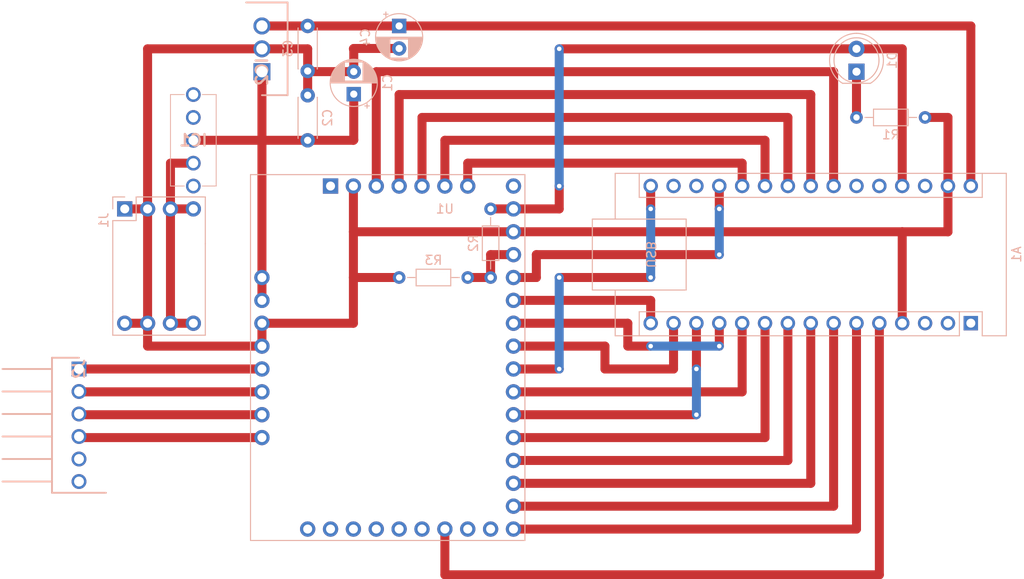
<source format=kicad_pcb>
(kicad_pcb (version 20211014) (generator pcbnew)
  (layers (0 "F.Cu" signal) (31 "B.Cu" signal) (34 "B.Paste" user) (35 "F.Paste" user) (36 "B.SilkS" user "B.Silkscreen") (37 "F.SilkS" user "F.Silkscreen") (38 "B.Mask" user) (39 "F.Mask" user) (44 "Edge.Cuts" user))
  (net 0 "")
  (net 4 "GND")
  (net 5 "Net-(A1-Pad5)")
  (net 6 "Net-(A1-Pad6)")
  (net 7 "Net-(A1-Pad7)")
  (net 8 "Net-(A1-Pad8)")
  (net 9 "Net-(A1-Pad9)")
  (net 10 "Net-(A1-Pad10)")
  (net 11 "Net-(A1-Pad11)")
  (net 12 "Net-(A1-Pad12)")
  (net 13 "Net-(A1-Pad13)")
  (net 14 "Net-(A1-Pad14)")
  (net 15 "Net-(A1-Pad15)")
  (net 16 "Net-(A1-Pad16)")
  (net 19 "Net-(A1-Pad19)")
  (net 20 "Net-(A1-Pad20)")
  (net 21 "Net-(A1-Pad21)")
  (net 22 "Net-(A1-Pad22)")
  (net 23 "Net-(A1-Pad23)")
  (net 24 "Net-(A1-Pad24)")
  (net 27 "+5V")
  (net 29 "+7.5V")
  (net 30 "+12V")
  (net 31 "Net-(D1-Pad1)")
  (net 32 "VS")
  (net 36 "Net-(J2-Pad1)")
  (net 37 "Net-(J2-Pad2)")
  (net 38 "Net-(J2-Pad3)")
  (net 39 "Net-(J2-Pad4)")
  (net 42 "Net-(R2-Pad2)")
  (footprint "Capacitor_THT:C_Disc_D4.3mm_W1.9mm_P5.00mm" (layer "B.Cu") (at 124.46 71.13 90)
    (fp_text reference "C2" (at 2.5 2.2 90) (layer "B.SilkS") (effects (justify mirror)))
    (fp_text value "0.1u")
    (pad "1" thru_hole circle (at 0 0 90) (size 1.6 1.6) (drill 0.8) (layers *.Cu *.Mask) (net 30 "+12V"))
    (pad "2" thru_hole circle (at 5 0 90) (size 1.6 1.6) (drill 0.8) (layers *.Cu *.Mask) (net 4 "GND"))
  )
  (footprint "LED_THT:LED_D5.0mm" (layer "B.Cu") (at 185.42 63.51 90)
    (fp_text reference "D1" (at 1.27 3.96 90) (layer "B.SilkS") (effects (justify mirror)))
    (fp_text value "LED")
    (pad "1" thru_hole rect (at 0 0 90) (size 1.8 1.8) (drill 0.9) (layers *.Cu *.Mask) (net 31 "Net-(D1-Pad1)"))
    (pad "2" thru_hole circle (at 2.54 0 90) (size 1.8 1.8) (drill 0.9) (layers *.Cu *.Mask) (net 27 "+5V"))
  )
  (footprint "SamacSys:HDRRA6W64P0X250_1X6_1500X600X560P" (layer "B.Cu") (at 99.06 96.53 -90)
    (fp_text reference "J2" (at 0 0 90) (layer "B.SilkS") (effects (font (size 1.27 1.27) (thickness 0.254)) (justify mirror)))
    (fp_text value "BS6P-SHF-1AA__LF__SN_" hide)
    (pad "1" thru_hole rect locked (at 0 0 270) (size 1.65 1.65) (drill 1.1) (layers *.Cu *.Mask) (net 36 "Net-(J2-Pad1)"))
    (pad "2" thru_hole circle locked (at 2.5 0 270) (size 1.65 1.65) (drill 1.1) (layers *.Cu *.Mask) (net 37 "Net-(J2-Pad2)"))
    (pad "3" thru_hole circle locked (at 5 0 270) (size 1.65 1.65) (drill 1.1) (layers *.Cu *.Mask) (net 38 "Net-(J2-Pad3)"))
    (pad "4" thru_hole circle locked (at 7.5 0 270) (size 1.65 1.65) (drill 1.1) (layers *.Cu *.Mask) (net 39 "Net-(J2-Pad4)"))
    (pad "5" thru_hole circle locked (at 10 0 270) (size 1.65 1.65) (drill 1.1) (layers *.Cu *.Mask))
    (pad "6" thru_hole circle locked (at 12.5 0 270) (size 1.65 1.65) (drill 1.1) (layers *.Cu *.Mask))
  )
  (footprint "Resistor_THT:R_Axial_DIN0204_L3.6mm_D1.6mm_P7.62mm_Horizontal" (layer "B.Cu") (at 142.24 86.37 180)
    (fp_text reference "R3" (at 3.81 1.92) (layer "B.SilkS") (effects (justify mirror)))
    (fp_text value "33k")
    (pad "1" thru_hole circle (at 0 0 180) (size 1.4 1.4) (drill 0.7) (layers *.Cu *.Mask) (net 42 "Net-(R2-Pad2)"))
    (pad "2" thru_hole oval (at 7.62 0 180) (size 1.4 1.4) (drill 0.7) (layers *.Cu *.Mask) (net 4 "GND"))
  )
  (footprint "Resistor_THT:R_Axial_DIN0204_L3.6mm_D1.6mm_P7.62mm_Horizontal" (layer "B.Cu") (at 185.42 68.59)
    (fp_text reference "R1" (at 3.81 1.92) (layer "B.SilkS") (effects (justify mirror)))
    (fp_text value "1k")
    (pad "1" thru_hole circle (at 0 0) (size 1.4 1.4) (drill 0.7) (layers *.Cu *.Mask) (net 31 "Net-(D1-Pad1)"))
    (pad "2" thru_hole oval (at 7.62 0) (size 1.4 1.4) (drill 0.7) (layers *.Cu *.Mask) (net 4 "GND"))
  )
  (footprint "Capacitor_THT:CP_Radial_D5.0mm_P2.50mm" (layer "B.Cu") (at 134.62 58.43 -90)
    (fp_text reference "C4" (at 1.25 3.75 90) (layer "B.SilkS") (effects (justify mirror)))
    (fp_text value "47u")
    (pad "1" thru_hole rect (at 0 0 270) (size 1.6 1.6) (drill 0.8) (layers *.Cu *.Mask) (net 29 "+7.5V"))
    (pad "2" thru_hole circle (at 2.5 0 270) (size 1.6 1.6) (drill 0.8) (layers *.Cu *.Mask) (net 4 "GND"))
  )
  (footprint "Module:Arduino_Nano" (layer "B.Cu") (at 198.12 91.44 90)
    (fp_text reference "A1" (at 7.62 5.08 90) (layer "B.SilkS") (effects (justify mirror)))
    (fp_text value "Arduino_Nano_v2.x")
    (fp_text user "USB" (at 7.62 -35.56 270 unlocked) (layer "B.SilkS") (effects (justify mirror)))
    (pad "1" thru_hole rect (at 0 0 90) (size 1.6 1.6) (drill 1) (layers *.Cu *.Mask))
    (pad "2" thru_hole oval (at 0 -2.54 90) (size 1.6 1.6) (drill 1) (layers *.Cu *.Mask))
    (pad "3" thru_hole oval (at 0 -5.08 90) (size 1.6 1.6) (drill 1) (layers *.Cu *.Mask))
    (pad "4" thru_hole oval (at 0 -7.62 90) (size 1.6 1.6) (drill 1) (layers *.Cu *.Mask) (net 4 "GND"))
    (pad "5" thru_hole oval (at 0 -10.16 90) (size 1.6 1.6) (drill 1) (layers *.Cu *.Mask) (net 5 "Net-(A1-Pad5)"))
    (pad "6" thru_hole oval (at 0 -12.7 90) (size 1.6 1.6) (drill 1) (layers *.Cu *.Mask) (net 6 "Net-(A1-Pad6)"))
    (pad "7" thru_hole oval (at 0 -15.24 90) (size 1.6 1.6) (drill 1) (layers *.Cu *.Mask) (net 7 "Net-(A1-Pad7)"))
    (pad "8" thru_hole oval (at 0 -17.78 90) (size 1.6 1.6) (drill 1) (layers *.Cu *.Mask) (net 8 "Net-(A1-Pad8)"))
    (pad "9" thru_hole oval (at 0 -20.32 90) (size 1.6 1.6) (drill 1) (layers *.Cu *.Mask) (net 9 "Net-(A1-Pad9)"))
    (pad "10" thru_hole oval (at 0 -22.86 90) (size 1.6 1.6) (drill 1) (layers *.Cu *.Mask) (net 10 "Net-(A1-Pad10)"))
    (pad "11" thru_hole oval (at 0 -25.4 90) (size 1.6 1.6) (drill 1) (layers *.Cu *.Mask) (net 11 "Net-(A1-Pad11)"))
    (pad "12" thru_hole oval (at 0 -27.94 90) (size 1.6 1.6) (drill 1) (layers *.Cu *.Mask) (net 12 "Net-(A1-Pad12)"))
    (pad "13" thru_hole oval (at 0 -30.48 90) (size 1.6 1.6) (drill 1) (layers *.Cu *.Mask) (net 13 "Net-(A1-Pad13)"))
    (pad "14" thru_hole oval (at 0 -33.02 90) (size 1.6 1.6) (drill 1) (layers *.Cu *.Mask) (net 14 "Net-(A1-Pad14)"))
    (pad "15" thru_hole oval (at 0 -35.56 90) (size 1.6 1.6) (drill 1) (layers *.Cu *.Mask) (net 15 "Net-(A1-Pad15)"))
    (pad "16" thru_hole oval (at 15.24 -35.56 90) (size 1.6 1.6) (drill 1) (layers *.Cu *.Mask) (net 16 "Net-(A1-Pad16)"))
    (pad "17" thru_hole oval (at 15.24 -33.02 90) (size 1.6 1.6) (drill 1) (layers *.Cu *.Mask))
    (pad "18" thru_hole oval (at 15.24 -30.48 90) (size 1.6 1.6) (drill 1) (layers *.Cu *.Mask))
    (pad "19" thru_hole oval (at 15.24 -27.94 90) (size 1.6 1.6) (drill 1) (layers *.Cu *.Mask) (net 19 "Net-(A1-Pad19)"))
    (pad "20" thru_hole oval (at 15.24 -25.4 90) (size 1.6 1.6) (drill 1) (layers *.Cu *.Mask) (net 20 "Net-(A1-Pad20)"))
    (pad "21" thru_hole oval (at 15.24 -22.86 90) (size 1.6 1.6) (drill 1) (layers *.Cu *.Mask) (net 21 "Net-(A1-Pad21)"))
    (pad "22" thru_hole oval (at 15.24 -20.32 90) (size 1.6 1.6) (drill 1) (layers *.Cu *.Mask) (net 22 "Net-(A1-Pad22)"))
    (pad "23" thru_hole oval (at 15.24 -17.78 90) (size 1.6 1.6) (drill 1) (layers *.Cu *.Mask) (net 23 "Net-(A1-Pad23)"))
    (pad "24" thru_hole oval (at 15.24 -15.24 90) (size 1.6 1.6) (drill 1) (layers *.Cu *.Mask) (net 24 "Net-(A1-Pad24)"))
    (pad "25" thru_hole oval (at 15.24 -12.7 90) (size 1.6 1.6) (drill 1) (layers *.Cu *.Mask))
    (pad "26" thru_hole oval (at 15.24 -10.16 90) (size 1.6 1.6) (drill 1) (layers *.Cu *.Mask))
    (pad "27" thru_hole oval (at 15.24 -7.62 90) (size 1.6 1.6) (drill 1) (layers *.Cu *.Mask) (net 27 "+5V"))
    (pad "28" thru_hole oval (at 15.24 -5.08 90) (size 1.6 1.6) (drill 1) (layers *.Cu *.Mask))
    (pad "29" thru_hole oval (at 15.24 -2.54 90) (size 1.6 1.6) (drill 1) (layers *.Cu *.Mask) (net 4 "GND"))
    (pad "30" thru_hole oval (at 15.24 0 90) (size 1.6 1.6) (drill 1) (layers *.Cu *.Mask) (net 29 "+7.5V"))
  )
  (footprint "SamacSys:Pololu_TB67S128FTG" (layer "B.Cu") (at 147.32 76.21 180)
    (fp_text reference "U1" (at 7.62 -2.54) (layer "B.SilkS") (effects (justify mirror)))
    (fp_text value "Pololu_TB67S128FTG")
    (pad "1" thru_hole rect (at 20.32 0 180) (size 1.7 1.7) (drill 1) (layers *.Cu *.Mask))
    (pad "2" thru_hole oval (at 17.78 0 180) (size 1.7 1.7) (drill 1) (layers *.Cu *.Mask) (net 4 "GND"))
    (pad "3" thru_hole oval (at 15.24 0 180) (size 1.7 1.7) (drill 1) (layers *.Cu *.Mask) (net 24 "Net-(A1-Pad24)"))
    (pad "4" thru_hole oval (at 12.7 0 180) (size 1.7 1.7) (drill 1) (layers *.Cu *.Mask) (net 23 "Net-(A1-Pad23)"))
    (pad "5" thru_hole oval (at 10.16 0 180) (size 1.7 1.7) (drill 1) (layers *.Cu *.Mask) (net 22 "Net-(A1-Pad22)"))
    (pad "6" thru_hole oval (at 7.62 0 180) (size 1.7 1.7) (drill 1) (layers *.Cu *.Mask) (net 21 "Net-(A1-Pad21)"))
    (pad "7" thru_hole oval (at 5.08 0 180) (size 1.7 1.7) (drill 1) (layers *.Cu *.Mask) (net 20 "Net-(A1-Pad20)"))
    (pad "8" thru_hole oval (at 0 0 180) (size 1.7 1.7) (drill 1) (layers *.Cu *.Mask))
    (pad "9" thru_hole oval (at 0 -2.54 180) (size 1.7 1.7) (drill 1) (layers *.Cu *.Mask) (net 27 "+5V"))
    (pad "10" thru_hole oval (at 0 -5.08 180) (size 1.7 1.7) (drill 1) (layers *.Cu *.Mask) (net 4 "GND"))
    (pad "11" thru_hole oval (at 0 -7.62 180) (size 1.7 1.7) (drill 1) (layers *.Cu *.Mask) (net 42 "Net-(R2-Pad2)"))
    (pad "12" thru_hole oval (at 0 -10.16 180) (size 1.7 1.7) (drill 1) (layers *.Cu *.Mask) (net 19 "Net-(A1-Pad19)"))
    (pad "13" thru_hole oval (at 0 -12.7 180) (size 1.7 1.7) (drill 1) (layers *.Cu *.Mask) (net 15 "Net-(A1-Pad15)"))
    (pad "14" thru_hole oval (at 0 -15.24 180) (size 1.7 1.7) (drill 1) (layers *.Cu *.Mask) (net 12 "Net-(A1-Pad12)"))
    (pad "15" thru_hole oval (at 0 -17.78 180) (size 1.7 1.7) (drill 1) (layers *.Cu *.Mask) (net 14 "Net-(A1-Pad14)"))
    (pad "16" thru_hole oval (at 0 -20.32 180) (size 1.7 1.7) (drill 1) (layers *.Cu *.Mask) (net 16 "Net-(A1-Pad16)"))
    (pad "17" thru_hole oval (at 0 -22.86 180) (size 1.7 1.7) (drill 1) (layers *.Cu *.Mask) (net 11 "Net-(A1-Pad11)"))
    (pad "18" thru_hole oval (at 0 -25.4 180) (size 1.7 1.7) (drill 1) (layers *.Cu *.Mask) (net 13 "Net-(A1-Pad13)"))
    (pad "19" thru_hole oval (at 0 -27.94 180) (size 1.7 1.7) (drill 1) (layers *.Cu *.Mask) (net 10 "Net-(A1-Pad10)"))
    (pad "20" thru_hole oval (at 0 -30.48 180) (size 1.7 1.7) (drill 1) (layers *.Cu *.Mask) (net 9 "Net-(A1-Pad9)"))
    (pad "21" thru_hole oval (at 0 -33.02 180) (size 1.7 1.7) (drill 1) (layers *.Cu *.Mask) (net 8 "Net-(A1-Pad8)"))
    (pad "22" thru_hole oval (at 0 -35.56 180) (size 1.7 1.7) (drill 1) (layers *.Cu *.Mask) (net 7 "Net-(A1-Pad7)"))
    (pad "23" thru_hole oval (at 0 -38.1 180) (size 1.7 1.7) (drill 1) (layers *.Cu *.Mask) (net 6 "Net-(A1-Pad6)"))
    (pad "24" thru_hole oval (at 2.54 -38.1 180) (size 1.7 1.7) (drill 1) (layers *.Cu *.Mask))
    (pad "25" thru_hole oval (at 5.08 -38.1 180) (size 1.7 1.7) (drill 1) (layers *.Cu *.Mask))
    (pad "26" thru_hole oval (at 7.62 -38.1 180) (size 1.7 1.7) (drill 1) (layers *.Cu *.Mask) (net 5 "Net-(A1-Pad5)"))
    (pad "27" thru_hole oval (at 10.16 -38.1 180) (size 1.7 1.7) (drill 1) (layers *.Cu *.Mask))
    (pad "28" thru_hole oval (at 12.7 -38.1 180) (size 1.7 1.7) (drill 1) (layers *.Cu *.Mask))
    (pad "29" thru_hole oval (at 15.24 -38.1 180) (size 1.7 1.7) (drill 1) (layers *.Cu *.Mask))
    (pad "30" thru_hole oval (at 17.78 -38.1 180) (size 1.7 1.7) (drill 1) (layers *.Cu *.Mask))
    (pad "31" thru_hole oval (at 20.32 -38.1 180) (size 1.7 1.7) (drill 1) (layers *.Cu *.Mask))
    (pad "32" thru_hole oval (at 22.86 -38.1 180) (size 1.7 1.7) (drill 1) (layers *.Cu *.Mask))
    (pad "33" thru_hole oval (at 27.94 -27.94 180) (size 1.7 1.7) (drill 1) (layers *.Cu *.Mask) (net 39 "Net-(J2-Pad4)"))
    (pad "34" thru_hole oval (at 27.94 -25.4 180) (size 1.7 1.7) (drill 1) (layers *.Cu *.Mask) (net 38 "Net-(J2-Pad3)"))
    (pad "35" thru_hole oval (at 27.94 -22.86 180) (size 1.7 1.7) (drill 1) (layers *.Cu *.Mask) (net 37 "Net-(J2-Pad2)"))
    (pad "36" thru_hole oval (at 27.94 -20.32 180) (size 1.7 1.7) (drill 1) (layers *.Cu *.Mask) (net 36 "Net-(J2-Pad1)"))
    (pad "37" thru_hole oval (at 27.94 -17.78 180) (size 1.7 1.7) (drill 1) (layers *.Cu *.Mask) (net 4 "GND"))
    (pad "38" thru_hole oval (at 27.94 -15.24 180) (size 1.7 1.7) (drill 1) (layers *.Cu *.Mask) (net 4 "GND"))
    (pad "39" thru_hole oval (at 27.94 -12.7 180) (size 1.7 1.7) (drill 1) (layers *.Cu *.Mask) (net 30 "+12V"))
    (pad "40" thru_hole oval (at 27.94 -10.16 180) (size 1.7 1.7) (drill 1) (layers *.Cu *.Mask) (net 30 "+12V"))
  )
  (footprint "Capacitor_THT:C_Disc_D4.3mm_W1.9mm_P5.00mm" (layer "B.Cu") (at 124.46 58.43 -90)
    (fp_text reference "C3" (at 2.5 2.2 90) (layer "B.SilkS") (effects (justify mirror)))
    (fp_text value "0.1u")
    (pad "1" thru_hole circle (at 0 0 270) (size 1.6 1.6) (drill 0.8) (layers *.Cu *.Mask) (net 29 "+7.5V"))
    (pad "2" thru_hole circle (at 5 0 270) (size 1.6 1.6) (drill 0.8) (layers *.Cu *.Mask) (net 4 "GND"))
  )
  (footprint "SamacSys:TO254P460X1010X1700-3P" (layer "B.Cu") (at 119.38 63.51 90)
    (fp_text reference "IC2" (at 0 0 90) (layer "B.SilkS") (effects (font (size 1.27 1.27) (thickness 0.254)) (justify mirror)))
    (fp_text value "BA7807CP-E2" hide)
    (pad "1" thru_hole rect locked (at 0 0 90) (size 1.89 1.89) (drill 1.26) (layers *.Cu *.Mask) (net 30 "+12V"))
    (pad "2" thru_hole circle locked (at 2.54 0 90) (size 1.89 1.89) (drill 1.26) (layers *.Cu *.Mask) (net 4 "GND"))
    (pad "3" thru_hole circle locked (at 5.08 0 90) (size 1.89 1.89) (drill 1.26) (layers *.Cu *.Mask) (net 29 "+7.5V"))
  )
  (footprint "Capacitor_THT:CP_Radial_D5.0mm_P2.50mm" (layer "B.Cu") (at 129.58 66.0025 90)
    (fp_text reference "C1" (at 1.25 3.75 90) (layer "B.SilkS") (effects (justify mirror)))
    (fp_text value "47u")
    (pad "1" thru_hole rect (at 0 0 90) (size 1.6 1.6) (drill 0.8) (layers *.Cu *.Mask) (net 30 "+12V"))
    (pad "2" thru_hole circle (at 2.5 0 90) (size 1.6 1.6) (drill 0.8) (layers *.Cu *.Mask) (net 4 "GND"))
  )
  (footprint "SamacSys:AE-DC-POWER-JACK-DIP" (layer "B.Cu") (at 104.14 78.75 -90)
    (fp_text reference "J1" (at 1.27 2.33 90) (layer "B.SilkS") (effects (justify mirror)))
    (fp_text value "AE-DC-POWER-JAC")
    (pad "1" thru_hole rect (at 0 0 270) (size 1.7 1.7) (drill 1) (layers *.Cu *.Mask) (net 4 "GND"))
    (pad "2" thru_hole oval (at 12.7 0 270) (size 1.7 1.7) (drill 1) (layers *.Cu *.Mask) (net 4 "GND"))
    (pad "3" thru_hole oval (at 0 -2.54 270) (size 1.7 1.7) (drill 1) (layers *.Cu *.Mask) (net 4 "GND"))
    (pad "4" thru_hole oval (at 12.7 -2.54 270) (size 1.7 1.7) (drill 1) (layers *.Cu *.Mask) (net 4 "GND"))
    (pad "5" thru_hole oval (at 0 -5.08 270) (size 1.7 1.7) (drill 1) (layers *.Cu *.Mask) (net 32 "VS"))
    (pad "6" thru_hole oval (at 12.7 -5.08 270) (size 1.7 1.7) (drill 1) (layers *.Cu *.Mask) (net 32 "VS"))
    (pad "7" thru_hole oval (at 0 -7.62 270) (size 1.7 1.7) (drill 1) (layers *.Cu *.Mask) (net 32 "VS"))
    (pad "8" thru_hole oval (at 12.7 -7.62 270) (size 1.7 1.7) (drill 1) (layers *.Cu *.Mask) (net 32 "VS"))
  )
  (footprint "SamacSys:2MS1T1B4VS2QES" (layer "B.Cu") (at 111.76 73.67)
    (fp_text reference "IC1" (at 0 -2.54) (layer "B.SilkS") (effects (font (size 1.27 1.27) (thickness 0.254)) (justify mirror)))
    (fp_text value "2MS1T1B4VS2QES" hide)
    (pad "1" thru_hole circle locked (at 0 0) (size 1.635 1.635) (drill 1.09) (layers *.Cu *.Mask) (net 32 "VS"))
    (pad "2" thru_hole circle locked (at 0 -2.54) (size 1.635 1.635) (drill 1.09) (layers *.Cu *.Mask) (net 30 "+12V"))
    (pad "3" thru_hole circle locked (at 0 -5.08) (size 1.635 1.635) (drill 1.09) (layers *.Cu *.Mask))
    (pad "MH1" thru_hole circle locked (at 0 2.54) (size 1.635 1.635) (drill 1.09) (layers *.Cu *.Mask))
    (pad "MH2" thru_hole circle locked (at 0 -7.62) (size 1.635 1.635) (drill 1.09) (layers *.Cu *.Mask))
  )
  (footprint "Resistor_THT:R_Axial_DIN0204_L3.6mm_D1.6mm_P7.62mm_Horizontal" (layer "B.Cu") (at 144.78 78.75 -90)
    (fp_text reference "R2" (at 3.81 1.92 90) (layer "B.SilkS") (effects (justify mirror)))
    (fp_text value "22k")
    (pad "1" thru_hole circle (at 0 0 270) (size 1.4 1.4) (drill 0.7) (layers *.Cu *.Mask) (net 27 "+5V"))
    (pad "2" thru_hole oval (at 7.62 0 270) (size 1.4 1.4) (drill 0.7) (layers *.Cu *.Mask) (net 42 "Net-(R2-Pad2)"))
  )
  (segment (start 129.54 81.29) (end 129.54 86.37) (width 1) (layer "F.Cu") (net 4))
  (segment (start 124.46 66.13) (end 124.46 63.43) (width 1) (layer "F.Cu") (net 4))
  (segment (start 129.58 60.93) (end 129.54 60.97) (width 1) (layer "F.Cu") (net 4))
  (segment (start 106.68 91.45) (end 106.68 93.99) (width 1) (layer "F.Cu") (net 4))
  (segment (start 129.54 86.37) (end 134.62 86.37) (width 1) (layer "F.Cu") (net 4))
  (segment (start 195.58 68.59) (end 195.58 76.2) (width 1) (layer "F.Cu") (net 4))
  (segment (start 124.5325 63.5025) (end 124.46 63.43) (width 1) (layer "F.Cu") (net 4))
  (segment (start 147.32 81.29) (end 129.54 81.29) (width 1) (layer "F.Cu") (net 4))
  (segment (start 195.58 81.29) (end 195.58 76.2) (width 1) (layer "F.Cu") (net 4))
  (segment (start 106.68 93.99) (end 119.38 93.99) (width 1) (layer "F.Cu") (net 4))
  (segment (start 119.38 93.99) (end 119.38 91.45) (width 1) (layer "F.Cu") (net 4))
  (segment (start 147.32 81.29) (end 190.5 81.29) (width 1) (layer "F.Cu") (net 4))
  (segment (start 106.68 78.75) (end 106.68 91.45) (width 1) (layer "F.Cu") (net 4))
  (segment (start 190.5 81.29) (end 195.58 81.29) (width 1) (layer "F.Cu") (net 4))
  (segment (start 104.14 78.75) (end 106.68 78.75) (width 1) (layer "F.Cu") (net 4))
  (segment (start 190.5 91.44) (end 190.5 81.29) (width 1) (layer "F.Cu") (net 4))
  (segment (start 119.38 60.97) (end 106.68 60.97) (width 1) (layer "F.Cu") (net 4))
  (segment (start 119.38 91.45) (end 129.54 91.45) (width 1) (layer "F.Cu") (net 4))
  (segment (start 193.04 68.59) (end 195.58 68.59) (width 1) (layer "F.Cu") (net 4))
  (segment (start 129.54 76.21) (end 129.54 81.29) (width 1) (layer "F.Cu") (net 4))
  (segment (start 124.46 60.97) (end 124.46 63.43) (width 1) (layer "F.Cu") (net 4))
  (segment (start 129.54 91.45) (end 129.54 86.37) (width 1) (layer "F.Cu") (net 4))
  (segment (start 106.68 60.97) (end 106.68 78.75) (width 1) (layer "F.Cu") (net 4))
  (segment (start 134.62 60.93) (end 129.58 60.93) (width 1) (layer "F.Cu") (net 4))
  (segment (start 129.58 63.5025) (end 124.5325 63.5025) (width 1) (layer "F.Cu") (net 4))
  (segment (start 119.38 60.97) (end 124.46 60.97) (width 1) (layer "F.Cu") (net 4))
  (segment (start 129.58 61.01) (end 129.58 63.5025) (width 1) (layer "F.Cu") (net 4))
  (segment (start 104.14 91.45) (end 106.68 91.45) (width 1) (layer "F.Cu") (net 4))
  (segment (start 129.54 60.97) (end 129.58 61.01) (width 1) (layer "F.Cu") (net 4))
  (segment (start 139.7 114.31) (end 139.7 119.39) (width 1) (layer "F.Cu") (net 5))
  (segment (start 187.96 119.39) (end 187.96 91.44) (width 1) (layer "F.Cu") (net 5))
  (segment (start 139.7 119.39) (end 187.96 119.39) (width 1) (layer "F.Cu") (net 5))
  (segment (start 185.42 91.44) (end 185.42 114.31) (width 1) (layer "F.Cu") (net 6))
  (segment (start 185.42 114.31) (end 147.32 114.31) (width 1) (layer "F.Cu") (net 6))
  (segment (start 182.88 111.77) (end 147.32 111.77) (width 1) (layer "F.Cu") (net 7))
  (segment (start 182.88 91.44) (end 182.88 111.77) (width 1) (layer "F.Cu") (net 7))
  (segment (start 147.32 109.23) (end 180.34 109.23) (width 1) (layer "F.Cu") (net 8))
  (segment (start 180.34 109.23) (end 180.34 91.44) (width 1) (layer "F.Cu") (net 8))
  (segment (start 147.32 106.69) (end 177.8 106.69) (width 1) (layer "F.Cu") (net 9))
  (segment (start 177.8 106.69) (end 177.8 91.44) (width 1) (layer "F.Cu") (net 9))
  (segment (start 175.26 104.15) (end 147.32 104.15) (width 1) (layer "F.Cu") (net 10))
  (segment (start 175.26 91.44) (end 175.26 104.15) (width 1) (layer "F.Cu") (net 10))
  (segment (start 147.32 99.07) (end 172.72 99.07) (width 1) (layer "F.Cu") (net 11))
  (segment (start 172.72 99.07) (end 172.72 91.44) (width 1) (layer "F.Cu") (net 11))
  (segment (start 160.02 93.99) (end 162.56 93.99) (width 1) (layer "F.Cu") (net 12))
  (segment (start 170.18 93.99) (end 170.18 91.44) (width 1) (layer "F.Cu") (net 12))
  (segment (start 147.32 91.45) (end 160.02 91.45) (width 1) (layer "F.Cu") (net 12))
  (segment (start 160.02 91.45) (end 160.02 93.99) (width 1) (layer "F.Cu") (net 12))
  (via (at 162.56 93.99) (size 1) (drill 0.5) (layers "F.Cu" "B.Cu") (net 12))
  (via (at 170.18 93.99) (size 1) (drill 0.5) (layers "F.Cu" "B.Cu") (net 12))
  (segment (start 162.56 93.99) (end 170.18 93.99) (width 1) (layer "B.Cu") (net 12))
  (segment (start 147.32 101.61) (end 167.64 101.61) (width 1) (layer "F.Cu") (net 13))
  (segment (start 167.64 91.44) (end 167.64 96.53) (width 1) (layer "F.Cu") (net 13))
  (via (at 167.64 96.53) (size 1) (drill 0.5) (layers "F.Cu" "B.Cu") (net 13))
  (via (at 167.64 101.61) (size 1) (drill 0.5) (layers "F.Cu" "B.Cu") (net 13))
  (segment (start 167.64 96.53) (end 167.64 101.61) (width 1) (layer "B.Cu") (net 13))
  (segment (start 165.1 91.44) (end 165.1 96.53) (width 1) (layer "F.Cu") (net 14))
  (segment (start 165.1 96.53) (end 157.48 96.53) (width 1) (layer "F.Cu") (net 14))
  (segment (start 157.48 93.99) (end 147.32 93.99) (width 1) (layer "F.Cu") (net 14))
  (segment (start 157.48 96.53) (end 157.48 93.99) (width 1) (layer "F.Cu") (net 14))
  (segment (start 147.32 88.91) (end 162.56 88.91) (width 1) (layer "F.Cu") (net 15))
  (segment (start 162.56 88.91) (end 162.56 91.44) (width 1) (layer "F.Cu") (net 15))
  (segment (start 147.32 96.53) (end 152.4 96.53) (width 1) (layer "F.Cu") (net 16))
  (segment (start 162.56 76.2) (end 162.56 78.75) (width 1) (layer "F.Cu") (net 16))
  (segment (start 162.56 86.37) (end 152.4 86.37) (width 1) (layer "F.Cu") (net 16))
  (via (at 162.56 78.75) (size 1) (drill 0.5) (layers "F.Cu" "B.Cu") (net 16))
  (via (at 162.56 86.37) (size 1) (drill 0.5) (layers "F.Cu" "B.Cu") (net 16))
  (via (at 152.4 96.53) (size 1) (drill 0.5) (layers "F.Cu" "B.Cu") (net 16))
  (via (at 152.4 86.37) (size 1) (drill 0.5) (layers "F.Cu" "B.Cu") (net 16))
  (segment (start 152.4 86.37) (end 152.4 96.53) (width 1) (layer "B.Cu") (net 16))
  (segment (start 162.56 78.75) (end 162.56 86.37) (width 1) (layer "B.Cu") (net 16))
  (segment (start 170.18 83.83) (end 149.86 83.83) (width 1) (layer "F.Cu") (net 19))
  (segment (start 149.86 86.37) (end 147.32 86.37) (width 1) (layer "F.Cu") (net 19))
  (segment (start 170.18 76.2) (end 170.18 78.75) (width 1) (layer "F.Cu") (net 19))
  (segment (start 149.86 83.83) (end 149.86 86.37) (width 1) (layer "F.Cu") (net 19))
  (via (at 170.18 83.83) (size 1) (drill 0.5) (layers "F.Cu" "B.Cu") (net 19))
  (via (at 170.18 78.75) (size 1) (drill 0.5) (layers "F.Cu" "B.Cu") (net 19))
  (segment (start 170.18 78.75) (end 170.18 83.83) (width 1) (layer "B.Cu") (net 19))
  (segment (start 142.24 73.67) (end 142.24 76.21) (width 1) (layer "F.Cu") (net 20))
  (segment (start 172.72 73.67) (end 142.24 73.67) (width 1) (layer "F.Cu") (net 20))
  (segment (start 172.72 76.2) (end 172.72 73.67) (width 1) (layer "F.Cu") (net 20))
  (segment (start 175.26 71.13) (end 139.7 71.13) (width 1) (layer "F.Cu") (net 21))
  (segment (start 139.7 71.13) (end 139.7 76.21) (width 1) (layer "F.Cu") (net 21))
  (segment (start 175.26 76.2) (end 175.26 71.13) (width 1) (layer "F.Cu") (net 21))
  (segment (start 137.16 68.59) (end 137.16 76.21) (width 1) (layer "F.Cu") (net 22))
  (segment (start 177.8 76.2) (end 177.8 68.59) (width 1) (layer "F.Cu") (net 22))
  (segment (start 177.8 68.59) (end 137.16 68.59) (width 1) (layer "F.Cu") (net 22))
  (segment (start 134.62 66.05) (end 134.62 76.21) (width 1) (layer "F.Cu") (net 23))
  (segment (start 180.34 66.05) (end 134.62 66.05) (width 1) (layer "F.Cu") (net 23))
  (segment (start 180.34 76.2) (end 180.34 66.05) (width 1) (layer "F.Cu") (net 23))
  (segment (start 132.08 76.21) (end 132.08 63.51) (width 1) (layer "F.Cu") (net 24))
  (segment (start 182.88 63.51) (end 182.88 76.2) (width 1) (layer "F.Cu") (net 24))
  (segment (start 132.08 63.51) (end 182.88 63.51) (width 1) (layer "F.Cu") (net 24))
  (segment (start 147.32 78.75) (end 152.4 78.75) (width 1) (layer "F.Cu") (net 27))
  (segment (start 190.5 76.2) (end 190.5 60.97) (width 1) (layer "F.Cu") (net 27))
  (segment (start 190.5 60.97) (end 185.42 60.97) (width 1) (layer "F.Cu") (net 27))
  (segment (start 144.78 78.75) (end 147.32 78.75) (width 1) (layer "F.Cu") (net 27))
  (segment (start 152.4 78.75) (end 152.4 76.21) (width 1) (layer "F.Cu") (net 27))
  (segment (start 152.4 60.97) (end 185.42 60.97) (width 1) (layer "F.Cu") (net 27))
  (via (at 152.4 60.97) (size 1) (drill 0.5) (layers "F.Cu" "B.Cu") (net 27))
  (via (at 152.4 76.21) (size 1) (drill 0.5) (layers "F.Cu" "B.Cu") (net 27))
  (segment (start 152.4 63.51) (end 152.4 60.97) (width 1) (layer "B.Cu") (net 27))
  (segment (start 152.4 76.21) (end 152.4 63.51) (width 1) (layer "B.Cu") (net 27))
  (segment (start 198.12 58.43) (end 134.62 58.43) (width 1) (layer "F.Cu") (net 29))
  (segment (start 119.38 58.43) (end 124.46 58.43) (width 1) (layer "F.Cu") (net 29))
  (segment (start 198.12 76.2) (end 198.12 58.43) (width 1) (layer "F.Cu") (net 29))
  (segment (start 134.62 58.43) (end 124.46 58.43) (width 1) (layer "F.Cu") (net 29))
  (segment (start 119.38 71.13) (end 119.38 63.51) (width 1) (layer "F.Cu") (net 30))
  (segment (start 111.76 71.13) (end 119.38 71.13) (width 1) (layer "F.Cu") (net 30))
  (segment (start 119.38 88.91) (end 119.38 86.37) (width 1) (layer "F.Cu") (net 30))
  (segment (start 129.58 71.09) (end 129.54 71.13) (width 1) (layer "F.Cu") (net 30))
  (segment (start 119.38 86.37) (end 119.38 71.13) (width 1) (layer "F.Cu") (net 30))
  (segment (start 129.54 71.13) (end 124.46 71.13) (width 1) (layer "F.Cu") (net 30))
  (segment (start 124.46 71.13) (end 119.38 71.13) (width 1) (layer "F.Cu") (net 30))
  (segment (start 129.58 66.0025) (end 129.58 71.09) (width 1) (layer "F.Cu") (net 30))
  (segment (start 185.42 68.59) (end 185.42 63.51) (width 1) (layer "F.Cu") (net 31))
  (segment (start 109.22 73.67) (end 109.22 78.75) (width 1) (layer "F.Cu") (net 32))
  (segment (start 111.76 73.67) (end 109.22 73.67) (width 1) (layer "F.Cu") (net 32))
  (segment (start 109.22 91.45) (end 109.22 78.75) (width 1) (layer "F.Cu") (net 32))
  (segment (start 111.76 78.75) (end 109.22 78.75) (width 1) (layer "F.Cu") (net 32))
  (segment (start 111.76 91.45) (end 109.22 91.45) (width 1) (layer "F.Cu") (net 32))
  (segment (start 119.38 96.53) (end 99.06 96.53) (width 1) (layer "F.Cu") (net 36))
  (segment (start 99.1 99.07) (end 99.06 99.03) (width 1) (layer "F.Cu") (net 37))
  (segment (start 119.38 99.07) (end 99.1 99.07) (width 1) (layer "F.Cu") (net 37))
  (segment (start 119.38 101.61) (end 99.14 101.61) (width 1) (layer "F.Cu") (net 38))
  (segment (start 99.14 101.61) (end 99.06 101.53) (width 1) (layer "F.Cu") (net 38))
  (segment (start 99.18 104.15) (end 99.06 104.03) (width 1) (layer "F.Cu") (net 39))
  (segment (start 119.38 104.15) (end 99.18 104.15) (width 1) (layer "F.Cu") (net 39))
  (segment (start 144.78 86.37) (end 144.78 83.83) (width 1) (layer "F.Cu") (net 42))
  (segment (start 142.24 86.37) (end 144.78 86.37) (width 1) (layer "F.Cu") (net 42))
  (segment (start 144.78 83.83) (end 147.32 83.83) (width 1) (layer "F.Cu") (net 42))
)
</source>
